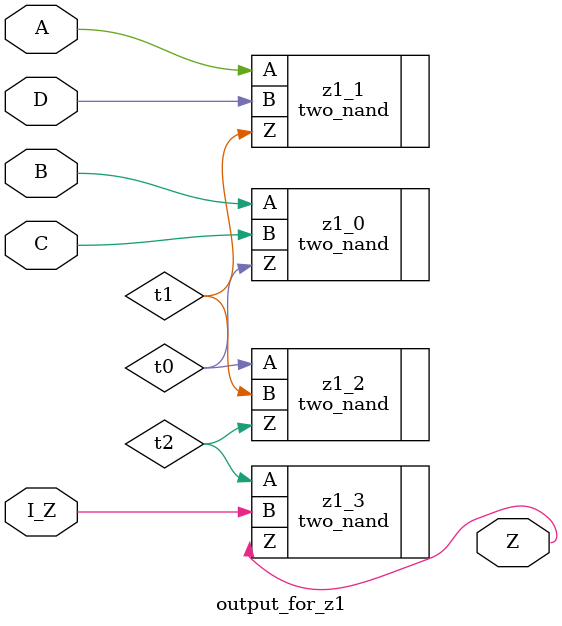
<source format=v>
`timescale 1ns / 1ps

module output_for_z1(
    input A,
    input B,
    input C,
    input D,
    input I_Z,
    output Z
    );
//reg Z;
wire t0,t1,t2;

//assign A=1'b1,B=1'b1,C=1'b0,D=1'b0,I_Z=1'b0;

two_nand z1_0(.A(B),.B(C),.Z(t0));
two_nand z1_1(.A(A),.B(D),.Z(t1));
two_nand z1_2(.A(t0),.B(t1),.Z(t2));
two_nand z1_3(.A(t2),.B(I_Z),.Z(Z));

endmodule

</source>
